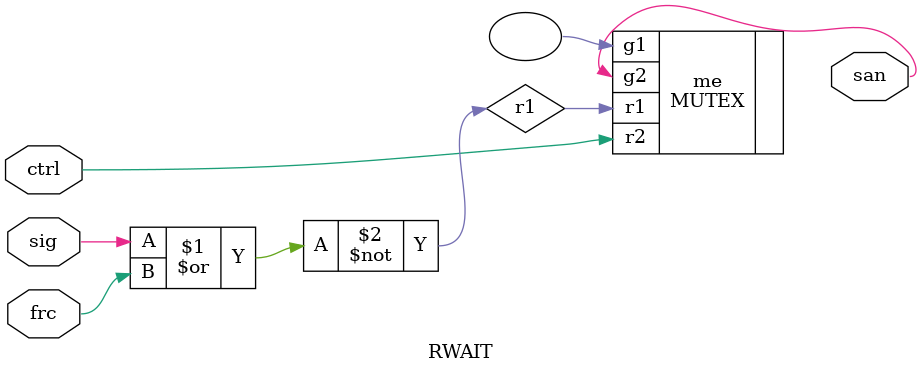
<source format=v>
module RWAIT (
    input sig,
    input frc,
    input ctrl,
    output san
);

    wire r1;

    assign r1 = ~(sig | frc);

    MUTEX me (
        .r1(r1),
        .r2(ctrl),
        .g1(),
        .g2(san)
    );

endmodule
</source>
